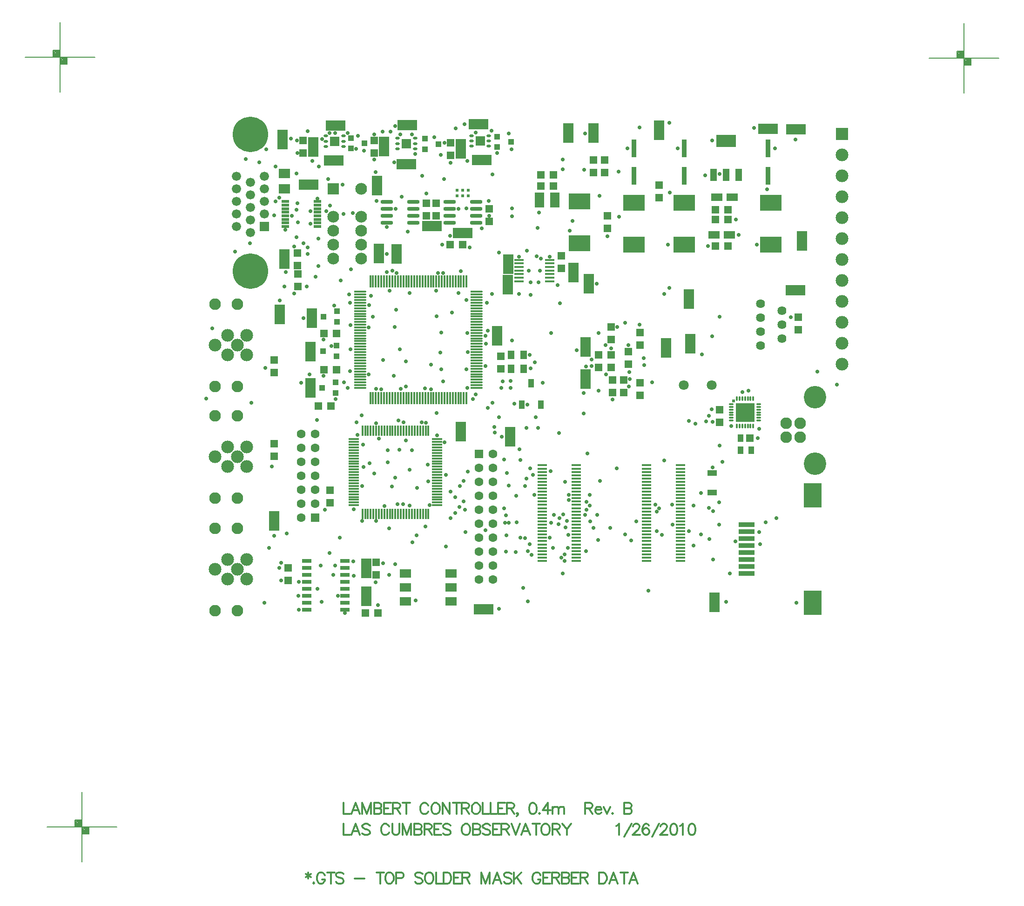
<source format=gts>
%FSLAX23Y23*%
%MOIN*%
G70*
G01*
G75*
G04 Layer_Color=8388736*
%ADD10R,0.070X0.135*%
%ADD11R,0.067X0.014*%
%ADD12R,0.050X0.015*%
%ADD13R,0.039X0.059*%
%ADD14R,0.050X0.050*%
%ADD15R,0.035X0.053*%
%ADD16R,0.053X0.053*%
%ADD17R,0.050X0.050*%
%ADD18O,0.087X0.024*%
%ADD19R,0.135X0.070*%
%ADD20R,0.030X0.125*%
%ADD21R,0.078X0.048*%
%ADD22R,0.067X0.040*%
%ADD23R,0.037X0.035*%
%ADD24R,0.037X0.035*%
%ADD25R,0.065X0.012*%
%ADD26R,0.065X0.024*%
%ADD27R,0.075X0.063*%
%ADD28R,0.063X0.106*%
%ADD29R,0.150X0.110*%
%ADD30O,0.028X0.018*%
%ADD31R,0.067X0.067*%
%ADD32R,0.125X0.170*%
%ADD33R,0.110X0.030*%
%ADD34O,0.083X0.012*%
%ADD35O,0.012X0.083*%
%ADD36R,0.138X0.085*%
%ADD37R,0.043X0.085*%
%ADD38R,0.043X0.085*%
%ADD39R,0.047X0.055*%
%ADD40O,0.012X0.071*%
%ADD41O,0.071X0.012*%
%ADD42R,0.075X0.059*%
%ADD43R,0.017X0.017*%
%ADD44R,0.134X0.134*%
%ADD45O,0.010X0.035*%
%ADD46O,0.035X0.010*%
%ADD47C,0.010*%
%ADD48C,0.040*%
%ADD49C,0.075*%
%ADD50C,0.005*%
%ADD51C,0.020*%
%ADD52C,0.012*%
%ADD53C,0.008*%
%ADD54C,0.012*%
%ADD55C,0.012*%
%ADD56C,0.080*%
%ADD57R,0.080X0.080*%
%ADD58C,0.067*%
%ADD59C,0.060*%
%ADD60C,0.020*%
%ADD61C,0.059*%
%ADD62R,0.059X0.059*%
%ADD63C,0.157*%
%ADD64C,0.079*%
%ADD65C,0.087*%
%ADD66R,0.087X0.087*%
%ADD67C,0.250*%
%ADD68R,0.062X0.062*%
%ADD69C,0.062*%
%ADD70C,0.030*%
%ADD71C,0.024*%
%ADD72C,0.028*%
G04:AMPARAMS|DCode=73|XSize=100mil|YSize=100mil|CornerRadius=0mil|HoleSize=0mil|Usage=FLASHONLY|Rotation=0.000|XOffset=0mil|YOffset=0mil|HoleType=Round|Shape=Relief|Width=10mil|Gap=10mil|Entries=4|*
%AMTHD73*
7,0,0,0.100,0.080,0.010,45*
%
%ADD73THD73*%
%ADD74C,0.044*%
%ADD75C,0.059*%
%ADD76C,0.050*%
%ADD77C,0.030*%
%ADD78C,0.055*%
%ADD79C,0.111*%
%ADD80C,0.056*%
%ADD81C,0.147*%
%ADD82C,0.067*%
%ADD83C,0.140*%
%ADD84C,0.055*%
%ADD85C,0.036*%
%ADD86C,0.071*%
%ADD87C,0.130*%
%ADD88C,0.103*%
G04:AMPARAMS|DCode=89|XSize=70mil|YSize=70mil|CornerRadius=0mil|HoleSize=0mil|Usage=FLASHONLY|Rotation=0.000|XOffset=0mil|YOffset=0mil|HoleType=Round|Shape=Relief|Width=10mil|Gap=10mil|Entries=4|*
%AMTHD89*
7,0,0,0.070,0.050,0.010,45*
%
%ADD89THD89*%
%ADD90C,0.033*%
G04:AMPARAMS|DCode=91|XSize=90mil|YSize=90mil|CornerRadius=0mil|HoleSize=0mil|Usage=FLASHONLY|Rotation=0.000|XOffset=0mil|YOffset=0mil|HoleType=Round|Shape=Relief|Width=10mil|Gap=10mil|Entries=4|*
%AMTHD91*
7,0,0,0.090,0.070,0.010,45*
%
%ADD91THD91*%
G04:AMPARAMS|DCode=92|XSize=95.433mil|YSize=95.433mil|CornerRadius=0mil|HoleSize=0mil|Usage=FLASHONLY|Rotation=0.000|XOffset=0mil|YOffset=0mil|HoleType=Round|Shape=Relief|Width=10mil|Gap=10mil|Entries=4|*
%AMTHD92*
7,0,0,0.095,0.075,0.010,45*
%
%ADD92THD92*%
G04:AMPARAMS|DCode=93|XSize=150.551mil|YSize=150.551mil|CornerRadius=0mil|HoleSize=0mil|Usage=FLASHONLY|Rotation=0.000|XOffset=0mil|YOffset=0mil|HoleType=Round|Shape=Relief|Width=10mil|Gap=10mil|Entries=4|*
%AMTHD93*
7,0,0,0.151,0.131,0.010,45*
%
%ADD93THD93*%
G04:AMPARAMS|DCode=94|XSize=96.221mil|YSize=96.221mil|CornerRadius=0mil|HoleSize=0mil|Usage=FLASHONLY|Rotation=0.000|XOffset=0mil|YOffset=0mil|HoleType=Round|Shape=Relief|Width=10mil|Gap=10mil|Entries=4|*
%AMTHD94*
7,0,0,0.096,0.076,0.010,45*
%
%ADD94THD94*%
G04:AMPARAMS|DCode=95|XSize=107.244mil|YSize=107.244mil|CornerRadius=0mil|HoleSize=0mil|Usage=FLASHONLY|Rotation=0.000|XOffset=0mil|YOffset=0mil|HoleType=Round|Shape=Relief|Width=10mil|Gap=10mil|Entries=4|*
%AMTHD95*
7,0,0,0.107,0.087,0.010,45*
%
%ADD95THD95*%
G04:AMPARAMS|DCode=96|XSize=180mil|YSize=180mil|CornerRadius=0mil|HoleSize=0mil|Usage=FLASHONLY|Rotation=0.000|XOffset=0mil|YOffset=0mil|HoleType=Round|Shape=Relief|Width=10mil|Gap=10mil|Entries=4|*
%AMTHD96*
7,0,0,0.180,0.160,0.010,45*
%
%ADD96THD96*%
G04:AMPARAMS|DCode=97|XSize=95mil|YSize=95mil|CornerRadius=0mil|HoleSize=0mil|Usage=FLASHONLY|Rotation=0.000|XOffset=0mil|YOffset=0mil|HoleType=Round|Shape=Relief|Width=10mil|Gap=10mil|Entries=4|*
%AMTHD97*
7,0,0,0.095,0.075,0.010,45*
%
%ADD97THD97*%
G04:AMPARAMS|DCode=98|XSize=75.748mil|YSize=75.748mil|CornerRadius=0mil|HoleSize=0mil|Usage=FLASHONLY|Rotation=0.000|XOffset=0mil|YOffset=0mil|HoleType=Round|Shape=Relief|Width=10mil|Gap=10mil|Entries=4|*
%AMTHD98*
7,0,0,0.076,0.056,0.010,45*
%
%ADD98THD98*%
G04:AMPARAMS|DCode=99|XSize=111.181mil|YSize=111.181mil|CornerRadius=0mil|HoleSize=0mil|Usage=FLASHONLY|Rotation=0.000|XOffset=0mil|YOffset=0mil|HoleType=Round|Shape=Relief|Width=10mil|Gap=10mil|Entries=4|*
%AMTHD99*
7,0,0,0.111,0.091,0.010,45*
%
%ADD99THD99*%
G04:AMPARAMS|DCode=100|XSize=73mil|YSize=73mil|CornerRadius=0mil|HoleSize=0mil|Usage=FLASHONLY|Rotation=0.000|XOffset=0mil|YOffset=0mil|HoleType=Round|Shape=Relief|Width=10mil|Gap=10mil|Entries=4|*
%AMTHD100*
7,0,0,0.073,0.053,0.010,45*
%
%ADD100THD100*%
%ADD101O,0.091X0.028*%
%ADD102R,0.048X0.078*%
%ADD103R,0.200X0.040*%
%ADD104R,0.200X0.150*%
%ADD105R,0.106X0.150*%
%ADD106R,0.086X0.060*%
%ADD107R,0.130X0.094*%
%ADD108R,0.098X0.268*%
%ADD109R,0.035X0.037*%
%ADD110R,0.035X0.037*%
%ADD111C,0.010*%
%ADD112C,0.010*%
%ADD113C,0.007*%
%ADD114C,0.008*%
%ADD115C,0.024*%
%ADD116C,0.012*%
%ADD117C,0.012*%
%ADD118C,0.007*%
%ADD119R,0.280X0.130*%
%ADD120R,0.074X0.139*%
%ADD121R,0.071X0.018*%
%ADD122R,0.054X0.019*%
%ADD123R,0.043X0.063*%
%ADD124R,0.054X0.054*%
%ADD125R,0.039X0.057*%
%ADD126R,0.057X0.057*%
%ADD127R,0.054X0.054*%
%ADD128O,0.091X0.028*%
%ADD129R,0.139X0.074*%
%ADD130R,0.034X0.129*%
%ADD131R,0.082X0.052*%
%ADD132R,0.071X0.044*%
%ADD133R,0.041X0.039*%
%ADD134R,0.041X0.039*%
%ADD135R,0.069X0.016*%
%ADD136R,0.069X0.028*%
%ADD137R,0.079X0.067*%
%ADD138R,0.067X0.110*%
%ADD139R,0.154X0.114*%
%ADD140O,0.032X0.022*%
%ADD141R,0.071X0.071*%
%ADD142R,0.129X0.174*%
%ADD143R,0.114X0.034*%
%ADD144O,0.087X0.016*%
%ADD145O,0.016X0.087*%
%ADD146R,0.142X0.089*%
%ADD147R,0.047X0.089*%
%ADD148R,0.047X0.089*%
%ADD149R,0.051X0.059*%
%ADD150O,0.016X0.075*%
%ADD151O,0.075X0.016*%
%ADD152R,0.079X0.063*%
%ADD153R,0.021X0.021*%
%ADD154R,0.138X0.138*%
%ADD155O,0.014X0.039*%
%ADD156O,0.039X0.014*%
%ADD157C,0.084*%
%ADD158R,0.084X0.084*%
%ADD159C,0.004*%
%ADD160C,0.071*%
%ADD161C,0.064*%
%ADD162C,0.063*%
%ADD163R,0.063X0.063*%
%ADD164C,0.161*%
%ADD165C,0.083*%
%ADD166R,0.004X0.004*%
%ADD167C,0.091*%
%ADD168R,0.091X0.091*%
%ADD169C,0.254*%
%ADD170R,0.066X0.066*%
%ADD171C,0.066*%
%ADD172C,0.034*%
%ADD173C,0.032*%
D52*
X20279Y9600D02*
Y9555D01*
X20260Y9589D02*
X20298Y9566D01*
Y9589D02*
X20260Y9566D01*
X20318Y9528D02*
X20315Y9524D01*
X20318Y9520D01*
X20322Y9524D01*
X20318Y9528D01*
X20397Y9581D02*
X20393Y9589D01*
X20385Y9597D01*
X20378Y9600D01*
X20363D01*
X20355Y9597D01*
X20347Y9589D01*
X20344Y9581D01*
X20340Y9570D01*
Y9551D01*
X20344Y9540D01*
X20347Y9532D01*
X20355Y9524D01*
X20363Y9520D01*
X20378D01*
X20385Y9524D01*
X20393Y9532D01*
X20397Y9540D01*
Y9551D01*
X20378D02*
X20397D01*
X20442Y9600D02*
Y9520D01*
X20415Y9600D02*
X20468D01*
X20531Y9589D02*
X20524Y9597D01*
X20512Y9600D01*
X20497D01*
X20486Y9597D01*
X20478Y9589D01*
Y9581D01*
X20482Y9574D01*
X20486Y9570D01*
X20493Y9566D01*
X20516Y9559D01*
X20524Y9555D01*
X20527Y9551D01*
X20531Y9543D01*
Y9532D01*
X20524Y9524D01*
X20512Y9520D01*
X20497D01*
X20486Y9524D01*
X20478Y9532D01*
X20612Y9555D02*
X20681D01*
X20794Y9600D02*
Y9520D01*
X20767Y9600D02*
X20820D01*
X20853D02*
X20845Y9597D01*
X20838Y9589D01*
X20834Y9581D01*
X20830Y9570D01*
Y9551D01*
X20834Y9540D01*
X20838Y9532D01*
X20845Y9524D01*
X20853Y9520D01*
X20868D01*
X20876Y9524D01*
X20883Y9532D01*
X20887Y9540D01*
X20891Y9551D01*
Y9570D01*
X20887Y9581D01*
X20883Y9589D01*
X20876Y9597D01*
X20868Y9600D01*
X20853D01*
X20909Y9559D02*
X20944D01*
X20955Y9562D01*
X20959Y9566D01*
X20963Y9574D01*
Y9585D01*
X20959Y9593D01*
X20955Y9597D01*
X20944Y9600D01*
X20909D01*
Y9520D01*
X21097Y9589D02*
X21089Y9597D01*
X21078Y9600D01*
X21063D01*
X21051Y9597D01*
X21044Y9589D01*
Y9581D01*
X21047Y9574D01*
X21051Y9570D01*
X21059Y9566D01*
X21082Y9559D01*
X21089Y9555D01*
X21093Y9551D01*
X21097Y9543D01*
Y9532D01*
X21089Y9524D01*
X21078Y9520D01*
X21063D01*
X21051Y9524D01*
X21044Y9532D01*
X21138Y9600D02*
X21130Y9597D01*
X21122Y9589D01*
X21119Y9581D01*
X21115Y9570D01*
Y9551D01*
X21119Y9540D01*
X21122Y9532D01*
X21130Y9524D01*
X21138Y9520D01*
X21153D01*
X21160Y9524D01*
X21168Y9532D01*
X21172Y9540D01*
X21176Y9551D01*
Y9570D01*
X21172Y9581D01*
X21168Y9589D01*
X21160Y9597D01*
X21153Y9600D01*
X21138D01*
X21194D02*
Y9520D01*
X21240D01*
X21249Y9600D02*
Y9520D01*
Y9600D02*
X21276D01*
X21287Y9597D01*
X21295Y9589D01*
X21298Y9581D01*
X21302Y9570D01*
Y9551D01*
X21298Y9540D01*
X21295Y9532D01*
X21287Y9524D01*
X21276Y9520D01*
X21249D01*
X21370Y9600D02*
X21320D01*
Y9520D01*
X21370D01*
X21320Y9562D02*
X21351D01*
X21383Y9600D02*
Y9520D01*
Y9600D02*
X21417D01*
X21429Y9597D01*
X21432Y9593D01*
X21436Y9585D01*
Y9578D01*
X21432Y9570D01*
X21429Y9566D01*
X21417Y9562D01*
X21383D01*
X21410D02*
X21436Y9520D01*
X21517Y9600D02*
Y9520D01*
Y9600D02*
X21547Y9520D01*
X21578Y9600D02*
X21547Y9520D01*
X21578Y9600D02*
Y9520D01*
X21662D02*
X21631Y9600D01*
X21601Y9520D01*
X21612Y9547D02*
X21650D01*
X21734Y9589D02*
X21726Y9597D01*
X21715Y9600D01*
X21699D01*
X21688Y9597D01*
X21680Y9589D01*
Y9581D01*
X21684Y9574D01*
X21688Y9570D01*
X21696Y9566D01*
X21718Y9559D01*
X21726Y9555D01*
X21730Y9551D01*
X21734Y9543D01*
Y9532D01*
X21726Y9524D01*
X21715Y9520D01*
X21699D01*
X21688Y9524D01*
X21680Y9532D01*
X21752Y9600D02*
Y9520D01*
X21805Y9600D02*
X21752Y9547D01*
X21771Y9566D02*
X21805Y9520D01*
X21943Y9581D02*
X21939Y9589D01*
X21931Y9597D01*
X21924Y9600D01*
X21909D01*
X21901Y9597D01*
X21893Y9589D01*
X21889Y9581D01*
X21886Y9570D01*
Y9551D01*
X21889Y9540D01*
X21893Y9532D01*
X21901Y9524D01*
X21909Y9520D01*
X21924D01*
X21931Y9524D01*
X21939Y9532D01*
X21943Y9540D01*
Y9551D01*
X21924D02*
X21943D01*
X22011Y9600D02*
X21961D01*
Y9520D01*
X22011D01*
X21961Y9562D02*
X21992D01*
X22024Y9600D02*
Y9520D01*
Y9600D02*
X22058D01*
X22070Y9597D01*
X22073Y9593D01*
X22077Y9585D01*
Y9578D01*
X22073Y9570D01*
X22070Y9566D01*
X22058Y9562D01*
X22024D01*
X22051D02*
X22077Y9520D01*
X22095Y9600D02*
Y9520D01*
Y9600D02*
X22129D01*
X22141Y9597D01*
X22145Y9593D01*
X22148Y9585D01*
Y9578D01*
X22145Y9570D01*
X22141Y9566D01*
X22129Y9562D01*
X22095D02*
X22129D01*
X22141Y9559D01*
X22145Y9555D01*
X22148Y9547D01*
Y9536D01*
X22145Y9528D01*
X22141Y9524D01*
X22129Y9520D01*
X22095D01*
X22216Y9600D02*
X22166D01*
Y9520D01*
X22216D01*
X22166Y9562D02*
X22197D01*
X22229Y9600D02*
Y9520D01*
Y9600D02*
X22263D01*
X22275Y9597D01*
X22279Y9593D01*
X22283Y9585D01*
Y9578D01*
X22279Y9570D01*
X22275Y9566D01*
X22263Y9562D01*
X22229D01*
X22256D02*
X22283Y9520D01*
X22363Y9600D02*
Y9520D01*
Y9600D02*
X22390D01*
X22401Y9597D01*
X22409Y9589D01*
X22413Y9581D01*
X22417Y9570D01*
Y9551D01*
X22413Y9540D01*
X22409Y9532D01*
X22401Y9524D01*
X22390Y9520D01*
X22363D01*
X22495D02*
X22465Y9600D01*
X22434Y9520D01*
X22446Y9547D02*
X22484D01*
X22541Y9600D02*
Y9520D01*
X22514Y9600D02*
X22567D01*
X22638Y9520D02*
X22607Y9600D01*
X22577Y9520D01*
X22588Y9547D02*
X22626D01*
D53*
X24726Y15436D02*
X25226D01*
X24976Y15186D02*
Y15686D01*
X24926Y15486D02*
X24926Y15436D01*
X24926Y15486D02*
X24976Y15486D01*
X25026Y15436D02*
X25026Y15386D01*
X24976Y15386D02*
X25026Y15386D01*
X24981Y15431D02*
X25021D01*
Y15391D02*
Y15431D01*
X24981Y15391D02*
X25021D01*
X24981D02*
Y15431D01*
X24986Y15426D02*
X25016D01*
Y15396D02*
Y15426D01*
X24986Y15396D02*
X25016D01*
X24986D02*
Y15421D01*
X24991D02*
X25011D01*
X25011Y15401D01*
X24991Y15401D02*
X25011Y15401D01*
X24991Y15401D02*
Y15416D01*
X24996Y15416D02*
X25006Y15416D01*
Y15406D02*
Y15416D01*
X24996Y15406D02*
X25006D01*
X24996D02*
X24996Y15416D01*
Y15411D02*
X25006D01*
X24931Y15481D02*
X24971D01*
Y15441D02*
Y15481D01*
X24931Y15441D02*
X24971D01*
X24931D02*
Y15481D01*
X24936Y15476D02*
X24966D01*
Y15446D02*
Y15476D01*
X24936Y15446D02*
X24966D01*
X24936D02*
Y15471D01*
X24941D02*
X24961Y15471D01*
Y15451D02*
Y15471D01*
X24941Y15451D02*
X24961D01*
X24941D02*
Y15466D01*
X24946D02*
X24956D01*
X24956Y15456D02*
X24956Y15466D01*
X24946Y15456D02*
X24956Y15456D01*
X24946Y15456D02*
Y15466D01*
Y15461D02*
X24956D01*
X18250Y15444D02*
X18750D01*
X18500Y15194D02*
Y15694D01*
X18450Y15494D02*
X18450Y15444D01*
X18450Y15494D02*
X18500Y15494D01*
X18550Y15444D02*
X18550Y15394D01*
X18500Y15394D02*
X18550Y15394D01*
X18505Y15439D02*
X18545D01*
Y15399D02*
Y15439D01*
X18505Y15399D02*
X18545D01*
X18505D02*
Y15439D01*
X18510Y15434D02*
X18540D01*
Y15404D02*
Y15434D01*
X18510Y15404D02*
X18540D01*
X18510D02*
Y15429D01*
X18515D02*
X18535D01*
X18535Y15409D01*
X18515Y15409D02*
X18535Y15409D01*
X18515Y15409D02*
Y15424D01*
X18520Y15424D02*
X18530Y15424D01*
Y15414D02*
Y15424D01*
X18520Y15414D02*
X18530D01*
X18520D02*
X18520Y15424D01*
Y15419D02*
X18530D01*
X18455Y15489D02*
X18495D01*
Y15449D02*
Y15489D01*
X18455Y15449D02*
X18495D01*
X18455D02*
Y15489D01*
X18460Y15484D02*
X18490D01*
Y15454D02*
Y15484D01*
X18460Y15454D02*
X18490D01*
X18460D02*
Y15479D01*
X18465D02*
X18485Y15479D01*
Y15459D02*
Y15479D01*
X18465Y15459D02*
X18485D01*
X18465D02*
Y15474D01*
X18470D02*
X18480D01*
X18480Y15464D02*
X18480Y15474D01*
X18470Y15464D02*
X18480Y15464D01*
X18470Y15464D02*
Y15474D01*
Y15469D02*
X18480D01*
X18407Y9927D02*
X18907D01*
X18657Y9677D02*
Y10177D01*
X18607Y9977D02*
X18607Y9927D01*
X18607Y9977D02*
X18657Y9977D01*
X18707Y9927D02*
X18707Y9877D01*
X18657Y9877D02*
X18707Y9877D01*
X18662Y9922D02*
X18702D01*
Y9882D02*
Y9922D01*
X18662Y9882D02*
X18702D01*
X18662D02*
Y9922D01*
X18667Y9917D02*
X18697D01*
Y9887D02*
Y9917D01*
X18667Y9887D02*
X18697D01*
X18667D02*
Y9912D01*
X18672D02*
X18692D01*
X18692Y9892D01*
X18672Y9892D02*
X18692Y9892D01*
X18672Y9892D02*
Y9907D01*
X18677Y9907D02*
X18687Y9907D01*
Y9897D02*
Y9907D01*
X18677Y9897D02*
X18687D01*
X18677D02*
X18677Y9907D01*
Y9902D02*
X18687D01*
X18612Y9972D02*
X18652D01*
Y9932D02*
Y9972D01*
X18612Y9932D02*
X18652D01*
X18612D02*
Y9972D01*
X18617Y9967D02*
X18647D01*
Y9937D02*
Y9967D01*
X18617Y9937D02*
X18647D01*
X18617D02*
Y9962D01*
X18622D02*
X18642Y9962D01*
Y9942D02*
Y9962D01*
X18622Y9942D02*
X18642D01*
X18622D02*
Y9957D01*
X18627D02*
X18637D01*
X18637Y9947D02*
X18637Y9957D01*
X18627Y9947D02*
X18637Y9947D01*
X18627Y9947D02*
Y9957D01*
Y9952D02*
X18637D01*
D54*
X20532Y9948D02*
Y9868D01*
X20578D01*
X20648D02*
X20617Y9948D01*
X20587Y9868D01*
X20598Y9895D02*
X20636D01*
X20720Y9937D02*
X20712Y9944D01*
X20700Y9948D01*
X20685D01*
X20674Y9944D01*
X20666Y9937D01*
Y9929D01*
X20670Y9921D01*
X20674Y9918D01*
X20681Y9914D01*
X20704Y9906D01*
X20712Y9902D01*
X20716Y9899D01*
X20720Y9891D01*
Y9879D01*
X20712Y9872D01*
X20700Y9868D01*
X20685D01*
X20674Y9872D01*
X20666Y9879D01*
X20857Y9929D02*
X20854Y9937D01*
X20846Y9944D01*
X20838Y9948D01*
X20823D01*
X20816Y9944D01*
X20808Y9937D01*
X20804Y9929D01*
X20800Y9918D01*
Y9899D01*
X20804Y9887D01*
X20808Y9879D01*
X20816Y9872D01*
X20823Y9868D01*
X20838D01*
X20846Y9872D01*
X20854Y9879D01*
X20857Y9887D01*
X20880Y9948D02*
Y9891D01*
X20884Y9879D01*
X20891Y9872D01*
X20903Y9868D01*
X20910D01*
X20922Y9872D01*
X20929Y9879D01*
X20933Y9891D01*
Y9948D01*
X20955D02*
Y9868D01*
Y9948D02*
X20986Y9868D01*
X21016Y9948D02*
X20986Y9868D01*
X21016Y9948D02*
Y9868D01*
X21039Y9948D02*
Y9868D01*
Y9948D02*
X21073D01*
X21085Y9944D01*
X21089Y9940D01*
X21092Y9933D01*
Y9925D01*
X21089Y9918D01*
X21085Y9914D01*
X21073Y9910D01*
X21039D02*
X21073D01*
X21085Y9906D01*
X21089Y9902D01*
X21092Y9895D01*
Y9883D01*
X21089Y9876D01*
X21085Y9872D01*
X21073Y9868D01*
X21039D01*
X21110Y9948D02*
Y9868D01*
Y9948D02*
X21145D01*
X21156Y9944D01*
X21160Y9940D01*
X21164Y9933D01*
Y9925D01*
X21160Y9918D01*
X21156Y9914D01*
X21145Y9910D01*
X21110D01*
X21137D02*
X21164Y9868D01*
X21231Y9948D02*
X21182D01*
Y9868D01*
X21231D01*
X21182Y9910D02*
X21212D01*
X21298Y9937D02*
X21290Y9944D01*
X21279Y9948D01*
X21263D01*
X21252Y9944D01*
X21244Y9937D01*
Y9929D01*
X21248Y9921D01*
X21252Y9918D01*
X21260Y9914D01*
X21282Y9906D01*
X21290Y9902D01*
X21294Y9899D01*
X21298Y9891D01*
Y9879D01*
X21290Y9872D01*
X21279Y9868D01*
X21263D01*
X21252Y9872D01*
X21244Y9879D01*
X21401Y9948D02*
X21394Y9944D01*
X21386Y9937D01*
X21382Y9929D01*
X21378Y9918D01*
Y9899D01*
X21382Y9887D01*
X21386Y9879D01*
X21394Y9872D01*
X21401Y9868D01*
X21417D01*
X21424Y9872D01*
X21432Y9879D01*
X21436Y9887D01*
X21439Y9899D01*
Y9918D01*
X21436Y9929D01*
X21432Y9937D01*
X21424Y9944D01*
X21417Y9948D01*
X21401D01*
X21458D02*
Y9868D01*
Y9948D02*
X21492D01*
X21504Y9944D01*
X21508Y9940D01*
X21511Y9933D01*
Y9925D01*
X21508Y9918D01*
X21504Y9914D01*
X21492Y9910D01*
X21458D02*
X21492D01*
X21504Y9906D01*
X21508Y9902D01*
X21511Y9895D01*
Y9883D01*
X21508Y9876D01*
X21504Y9872D01*
X21492Y9868D01*
X21458D01*
X21583Y9937D02*
X21575Y9944D01*
X21564Y9948D01*
X21548D01*
X21537Y9944D01*
X21529Y9937D01*
Y9929D01*
X21533Y9921D01*
X21537Y9918D01*
X21544Y9914D01*
X21567Y9906D01*
X21575Y9902D01*
X21579Y9899D01*
X21583Y9891D01*
Y9879D01*
X21575Y9872D01*
X21564Y9868D01*
X21548D01*
X21537Y9872D01*
X21529Y9879D01*
X21650Y9948D02*
X21600D01*
Y9868D01*
X21650D01*
X21600Y9910D02*
X21631D01*
X21663Y9948D02*
Y9868D01*
Y9948D02*
X21698D01*
X21709Y9944D01*
X21713Y9940D01*
X21717Y9933D01*
Y9925D01*
X21713Y9918D01*
X21709Y9914D01*
X21698Y9910D01*
X21663D01*
X21690D02*
X21717Y9868D01*
X21735Y9948D02*
X21765Y9868D01*
X21795Y9948D02*
X21765Y9868D01*
X21867D02*
X21836Y9948D01*
X21806Y9868D01*
X21817Y9895D02*
X21855D01*
X21912Y9948D02*
Y9868D01*
X21885Y9948D02*
X21939D01*
X21971D02*
X21963Y9944D01*
X21956Y9937D01*
X21952Y9929D01*
X21948Y9918D01*
Y9899D01*
X21952Y9887D01*
X21956Y9879D01*
X21963Y9872D01*
X21971Y9868D01*
X21986D01*
X21994Y9872D01*
X22002Y9879D01*
X22005Y9887D01*
X22009Y9899D01*
Y9918D01*
X22005Y9929D01*
X22002Y9937D01*
X21994Y9944D01*
X21986Y9948D01*
X21971D01*
X22028D02*
Y9868D01*
Y9948D02*
X22062D01*
X22074Y9944D01*
X22077Y9940D01*
X22081Y9933D01*
Y9925D01*
X22077Y9918D01*
X22074Y9914D01*
X22062Y9910D01*
X22028D01*
X22054D02*
X22081Y9868D01*
X22099Y9948D02*
X22130Y9910D01*
Y9868D01*
X22160Y9948D02*
X22130Y9910D01*
X22484Y9933D02*
X22492Y9937D01*
X22504Y9948D01*
Y9868D01*
X22543Y9857D02*
X22596Y9948D01*
X22606Y9929D02*
Y9933D01*
X22609Y9940D01*
X22613Y9944D01*
X22621Y9948D01*
X22636D01*
X22644Y9944D01*
X22647Y9940D01*
X22651Y9933D01*
Y9925D01*
X22647Y9918D01*
X22640Y9906D01*
X22602Y9868D01*
X22655D01*
X22719Y9937D02*
X22715Y9944D01*
X22703Y9948D01*
X22696D01*
X22684Y9944D01*
X22677Y9933D01*
X22673Y9914D01*
Y9895D01*
X22677Y9879D01*
X22684Y9872D01*
X22696Y9868D01*
X22700D01*
X22711Y9872D01*
X22719Y9879D01*
X22723Y9891D01*
Y9895D01*
X22719Y9906D01*
X22711Y9914D01*
X22700Y9918D01*
X22696D01*
X22684Y9914D01*
X22677Y9906D01*
X22673Y9895D01*
X22740Y9857D02*
X22793Y9948D01*
X22803Y9929D02*
Y9933D01*
X22806Y9940D01*
X22810Y9944D01*
X22818Y9948D01*
X22833D01*
X22841Y9944D01*
X22844Y9940D01*
X22848Y9933D01*
Y9925D01*
X22844Y9918D01*
X22837Y9906D01*
X22799Y9868D01*
X22852D01*
X22893Y9948D02*
X22881Y9944D01*
X22874Y9933D01*
X22870Y9914D01*
Y9902D01*
X22874Y9883D01*
X22881Y9872D01*
X22893Y9868D01*
X22900D01*
X22912Y9872D01*
X22919Y9883D01*
X22923Y9902D01*
Y9914D01*
X22919Y9933D01*
X22912Y9944D01*
X22900Y9948D01*
X22893D01*
X22941Y9933D02*
X22949Y9937D01*
X22960Y9948D01*
Y9868D01*
X23023Y9948D02*
X23011Y9944D01*
X23004Y9933D01*
X23000Y9914D01*
Y9902D01*
X23004Y9883D01*
X23011Y9872D01*
X23023Y9868D01*
X23030D01*
X23042Y9872D01*
X23049Y9883D01*
X23053Y9902D01*
Y9914D01*
X23049Y9933D01*
X23042Y9944D01*
X23030Y9948D01*
X23023D01*
D55*
X20532Y10098D02*
Y10018D01*
X20578D01*
X20648D02*
X20617Y10098D01*
X20587Y10018D01*
X20598Y10045D02*
X20636D01*
X20666Y10098D02*
Y10018D01*
Y10098D02*
X20697Y10018D01*
X20727Y10098D02*
X20697Y10018D01*
X20727Y10098D02*
Y10018D01*
X20750Y10098D02*
Y10018D01*
Y10098D02*
X20784D01*
X20796Y10094D01*
X20800Y10090D01*
X20803Y10083D01*
Y10075D01*
X20800Y10068D01*
X20796Y10064D01*
X20784Y10060D01*
X20750D02*
X20784D01*
X20796Y10056D01*
X20800Y10052D01*
X20803Y10045D01*
Y10033D01*
X20800Y10026D01*
X20796Y10022D01*
X20784Y10018D01*
X20750D01*
X20871Y10098D02*
X20821D01*
Y10018D01*
X20871D01*
X20821Y10060D02*
X20852D01*
X20884Y10098D02*
Y10018D01*
Y10098D02*
X20918D01*
X20930Y10094D01*
X20934Y10090D01*
X20937Y10083D01*
Y10075D01*
X20934Y10068D01*
X20930Y10064D01*
X20918Y10060D01*
X20884D01*
X20911D02*
X20937Y10018D01*
X20982Y10098D02*
Y10018D01*
X20955Y10098D02*
X21009D01*
X21138Y10079D02*
X21134Y10087D01*
X21127Y10094D01*
X21119Y10098D01*
X21104D01*
X21096Y10094D01*
X21089Y10087D01*
X21085Y10079D01*
X21081Y10068D01*
Y10049D01*
X21085Y10037D01*
X21089Y10029D01*
X21096Y10022D01*
X21104Y10018D01*
X21119D01*
X21127Y10022D01*
X21134Y10029D01*
X21138Y10037D01*
X21183Y10098D02*
X21176Y10094D01*
X21168Y10087D01*
X21164Y10079D01*
X21161Y10068D01*
Y10049D01*
X21164Y10037D01*
X21168Y10029D01*
X21176Y10022D01*
X21183Y10018D01*
X21199D01*
X21206Y10022D01*
X21214Y10029D01*
X21218Y10037D01*
X21222Y10049D01*
Y10068D01*
X21218Y10079D01*
X21214Y10087D01*
X21206Y10094D01*
X21199Y10098D01*
X21183D01*
X21240D02*
Y10018D01*
Y10098D02*
X21293Y10018D01*
Y10098D02*
Y10018D01*
X21342Y10098D02*
Y10018D01*
X21316Y10098D02*
X21369D01*
X21378D02*
Y10018D01*
Y10098D02*
X21413D01*
X21424Y10094D01*
X21428Y10090D01*
X21432Y10083D01*
Y10075D01*
X21428Y10068D01*
X21424Y10064D01*
X21413Y10060D01*
X21378D01*
X21405D02*
X21432Y10018D01*
X21473Y10098D02*
X21465Y10094D01*
X21457Y10087D01*
X21453Y10079D01*
X21450Y10068D01*
Y10049D01*
X21453Y10037D01*
X21457Y10029D01*
X21465Y10022D01*
X21473Y10018D01*
X21488D01*
X21495Y10022D01*
X21503Y10029D01*
X21507Y10037D01*
X21511Y10049D01*
Y10068D01*
X21507Y10079D01*
X21503Y10087D01*
X21495Y10094D01*
X21488Y10098D01*
X21473D01*
X21529D02*
Y10018D01*
X21575D01*
X21584Y10098D02*
Y10018D01*
X21629D01*
X21688Y10098D02*
X21638D01*
Y10018D01*
X21688D01*
X21638Y10060D02*
X21669D01*
X21701Y10098D02*
Y10018D01*
Y10098D02*
X21735D01*
X21747Y10094D01*
X21751Y10090D01*
X21754Y10083D01*
Y10075D01*
X21751Y10068D01*
X21747Y10064D01*
X21735Y10060D01*
X21701D01*
X21728D02*
X21754Y10018D01*
X21780Y10022D02*
X21776Y10018D01*
X21772Y10022D01*
X21776Y10026D01*
X21780Y10022D01*
Y10014D01*
X21776Y10007D01*
X21772Y10003D01*
X21883Y10098D02*
X21872Y10094D01*
X21864Y10083D01*
X21860Y10064D01*
Y10052D01*
X21864Y10033D01*
X21872Y10022D01*
X21883Y10018D01*
X21891D01*
X21902Y10022D01*
X21910Y10033D01*
X21914Y10052D01*
Y10064D01*
X21910Y10083D01*
X21902Y10094D01*
X21891Y10098D01*
X21883D01*
X21935Y10026D02*
X21931Y10022D01*
X21935Y10018D01*
X21939Y10022D01*
X21935Y10026D01*
X21995Y10098D02*
X21957Y10045D01*
X22014D01*
X21995Y10098D02*
Y10018D01*
X22028Y10071D02*
Y10018D01*
Y10056D02*
X22039Y10068D01*
X22047Y10071D01*
X22058D01*
X22066Y10068D01*
X22070Y10056D01*
Y10018D01*
Y10056D02*
X22081Y10068D01*
X22089Y10071D01*
X22100D01*
X22108Y10068D01*
X22112Y10056D01*
Y10018D01*
X22262Y10098D02*
Y10018D01*
Y10098D02*
X22297D01*
X22308Y10094D01*
X22312Y10090D01*
X22316Y10083D01*
Y10075D01*
X22312Y10068D01*
X22308Y10064D01*
X22297Y10060D01*
X22262D01*
X22289D02*
X22316Y10018D01*
X22334Y10049D02*
X22379D01*
Y10056D01*
X22376Y10064D01*
X22372Y10068D01*
X22364Y10071D01*
X22353D01*
X22345Y10068D01*
X22337Y10060D01*
X22334Y10049D01*
Y10041D01*
X22337Y10029D01*
X22345Y10022D01*
X22353Y10018D01*
X22364D01*
X22372Y10022D01*
X22379Y10029D01*
X22396Y10071D02*
X22419Y10018D01*
X22442Y10071D02*
X22419Y10018D01*
X22459Y10026D02*
X22455Y10022D01*
X22459Y10018D01*
X22463Y10022D01*
X22459Y10026D01*
X22543Y10098D02*
Y10018D01*
Y10098D02*
X22577D01*
X22589Y10094D01*
X22593Y10090D01*
X22596Y10083D01*
Y10075D01*
X22593Y10068D01*
X22589Y10064D01*
X22577Y10060D01*
X22543D02*
X22577D01*
X22589Y10056D01*
X22593Y10052D01*
X22596Y10045D01*
Y10033D01*
X22593Y10026D01*
X22589Y10022D01*
X22577Y10018D01*
X22543D01*
D71*
X21425Y14490D02*
D03*
X21386D02*
D03*
X21346D02*
D03*
Y14451D02*
D03*
X21386D02*
D03*
X21425D02*
D03*
D72*
X23514Y11953D02*
D03*
X23554Y12109D02*
D03*
X20044Y14411D02*
D03*
X20912Y13897D02*
D03*
X22577Y13186D02*
D03*
X20526Y14528D02*
D03*
X20841Y14034D02*
D03*
X20840Y13902D02*
D03*
X20597Y14326D02*
D03*
X20162Y14306D02*
D03*
X20586Y13923D02*
D03*
X20332Y13870D02*
D03*
X20295Y14339D02*
D03*
X20351Y14143D02*
D03*
X20196Y14152D02*
D03*
X20202Y14397D02*
D03*
X20351Y13947D02*
D03*
X20531Y14321D02*
D03*
X20513Y13844D02*
D03*
X20114Y14206D02*
D03*
X20073Y14437D02*
D03*
X20344Y14430D02*
D03*
X20294Y14248D02*
D03*
X20194Y14348D02*
D03*
X20034Y14308D02*
D03*
X20204Y14258D02*
D03*
X20407Y14338D02*
D03*
X20434Y14378D02*
D03*
X20154Y14858D02*
D03*
X20275Y14034D02*
D03*
X21958Y13111D02*
D03*
X20229D02*
D03*
X22032Y11925D02*
D03*
X21765Y11896D02*
D03*
X21847Y12954D02*
D03*
X21925Y12785D02*
D03*
X21755Y12958D02*
D03*
X21790Y12632D02*
D03*
X21665Y12723D02*
D03*
X21566Y13484D02*
D03*
X21614Y12753D02*
D03*
X21611Y12793D02*
D03*
X21728Y13073D02*
D03*
X21727Y13123D02*
D03*
X21670Y13120D02*
D03*
X21244D02*
D03*
X21663Y13073D02*
D03*
X21418D02*
D03*
X20535Y13112D02*
D03*
X21457Y12994D02*
D03*
X20563Y13073D02*
D03*
X21478Y13025D02*
D03*
X21868Y12497D02*
D03*
X21889Y12448D02*
D03*
X21841Y12785D02*
D03*
X21908Y12863D02*
D03*
X21645D02*
D03*
X21872Y13828D02*
D03*
X21208Y13897D02*
D03*
X21245Y13895D02*
D03*
X20458Y11733D02*
D03*
X20431Y11888D02*
D03*
X20086Y11693D02*
D03*
X20472Y11800D02*
D03*
X20369D02*
D03*
X20346Y11633D02*
D03*
X20287Y13168D02*
D03*
X20209Y11582D02*
D03*
X19964Y11533D02*
D03*
X20491Y11583D02*
D03*
X20542Y11458D02*
D03*
X20210Y11483D02*
D03*
X21738Y14304D02*
D03*
Y14361D02*
D03*
Y13414D02*
D03*
X22685Y13236D02*
D03*
X19593Y13498D02*
D03*
X20084Y11819D02*
D03*
X22115Y11833D02*
D03*
X19997Y11926D02*
D03*
X22092Y11855D02*
D03*
X21266Y12449D02*
D03*
Y11936D02*
D03*
X20126Y12030D02*
D03*
X21879Y11877D02*
D03*
X22114Y11879D02*
D03*
X22268Y11904D02*
D03*
X22103Y11743D02*
D03*
X22139Y11925D02*
D03*
X23389Y13042D02*
D03*
X23338Y11973D02*
D03*
X20506Y12000D02*
D03*
X21696Y11899D02*
D03*
X21697Y12016D02*
D03*
X22143Y12021D02*
D03*
X22410Y13169D02*
D03*
X22320Y12069D02*
D03*
X21054Y12017D02*
D03*
X22121Y12074D02*
D03*
X22297Y12115D02*
D03*
X23633Y12139D02*
D03*
X22073Y12097D02*
D03*
X21404Y12040D02*
D03*
X21403Y12199D02*
D03*
X21548Y12052D02*
D03*
X22133Y12121D02*
D03*
X21715Y12374D02*
D03*
Y12107D02*
D03*
X22263Y12164D02*
D03*
X21681Y12558D02*
D03*
X21682Y12209D02*
D03*
X21119Y12080D02*
D03*
X22078Y12140D02*
D03*
X21331Y12289D02*
D03*
X21330Y12175D02*
D03*
X21364Y12369D02*
D03*
X21363Y12219D02*
D03*
X22273Y12257D02*
D03*
X21392Y12407D02*
D03*
Y12259D02*
D03*
X22146Y12270D02*
D03*
X22082Y13680D02*
D03*
X22117Y12399D02*
D03*
X23039Y11943D02*
D03*
Y12229D02*
D03*
X23220Y12092D02*
D03*
Y12254D02*
D03*
X22764Y12235D02*
D03*
X23150Y11991D02*
D03*
X23148Y12212D02*
D03*
X22793Y12211D02*
D03*
X23006Y12047D02*
D03*
X22775Y12185D02*
D03*
X22547Y13540D02*
D03*
Y12022D02*
D03*
X23178Y11844D02*
D03*
X23179Y12188D02*
D03*
X22884Y12235D02*
D03*
X22888Y12093D02*
D03*
X23093Y12319D02*
D03*
Y12022D02*
D03*
X21841Y12422D02*
D03*
X20977Y12696D02*
D03*
X20930Y12628D02*
D03*
X20672Y12665D02*
D03*
X20848Y12538D02*
D03*
X20719Y12533D02*
D03*
X20675Y12506D02*
D03*
X20751Y12460D02*
D03*
X20665Y12370D02*
D03*
X20879Y12365D02*
D03*
X20825Y12226D02*
D03*
X21058Y12355D02*
D03*
X21149Y12232D02*
D03*
X21004Y12485D02*
D03*
X21136Y12524D02*
D03*
X20924Y12839D02*
D03*
X20936Y13349D02*
D03*
X21872Y13212D02*
D03*
X21864Y13311D02*
D03*
X22627Y12116D02*
D03*
X22592Y11979D02*
D03*
X22442Y12071D02*
D03*
X22356Y11984D02*
D03*
X22369Y12405D02*
D03*
X22348Y12164D02*
D03*
X22296Y12305D02*
D03*
X22039Y12164D02*
D03*
X22106Y12165D02*
D03*
X22145Y12305D02*
D03*
X21237Y14099D02*
D03*
X20199Y14845D02*
D03*
X20201Y14756D02*
D03*
X20753Y14889D02*
D03*
Y14711D02*
D03*
X21254Y14831D02*
D03*
X21299Y14686D02*
D03*
X20473Y14898D02*
D03*
X20431Y14899D02*
D03*
X20377Y14856D02*
D03*
X20623Y14787D02*
D03*
X20355Y14659D02*
D03*
X20678Y14772D02*
D03*
X22448Y13357D02*
D03*
X22309Y13275D02*
D03*
X22580Y13135D02*
D03*
X22268Y13227D02*
D03*
X22359Y13053D02*
D03*
X22457Y12989D02*
D03*
X20578Y13193D02*
D03*
X20581Y13348D02*
D03*
X20583Y13524D02*
D03*
X20578Y13683D02*
D03*
X20880Y13913D02*
D03*
X21372Y13908D02*
D03*
X21558Y13683D02*
D03*
X21547Y13445D02*
D03*
X21551Y13388D02*
D03*
X21549Y13230D02*
D03*
X21565Y12928D02*
D03*
X21114Y13070D02*
D03*
X20940Y13066D02*
D03*
X20764D02*
D03*
X20898Y13508D02*
D03*
X20909Y13633D02*
D03*
X20727Y13732D02*
D03*
X21199Y13586D02*
D03*
X21307Y13613D02*
D03*
X21231Y13469D02*
D03*
X21226Y13326D02*
D03*
X21232Y13207D02*
D03*
X21157Y13240D02*
D03*
X20978Y13263D02*
D03*
X20891Y13160D02*
D03*
X20814Y13272D02*
D03*
X20803Y13063D02*
D03*
X20710Y13171D02*
D03*
X20713Y13507D02*
D03*
X20714Y13666D02*
D03*
X20860Y13771D02*
D03*
X21194Y13769D02*
D03*
X21354Y13754D02*
D03*
X21411Y13702D02*
D03*
X21419Y13467D02*
D03*
X21422Y13329D02*
D03*
X21413Y13207D02*
D03*
X21158Y13062D02*
D03*
X20978Y13082D02*
D03*
X21296Y14162D02*
D03*
X20991Y14192D02*
D03*
X21571Y14412D02*
D03*
X21521Y14217D02*
D03*
X21356Y14357D02*
D03*
X20841Y14227D02*
D03*
X23470Y14936D02*
D03*
X23620Y14791D02*
D03*
X23565Y14496D02*
D03*
X23490Y14101D02*
D03*
X23360Y14171D02*
D03*
X23340Y14281D02*
D03*
X23120Y14596D02*
D03*
X22505Y14301D02*
D03*
X23170Y14846D02*
D03*
X23225Y14606D02*
D03*
X23140Y14091D02*
D03*
X22855Y14101D02*
D03*
X22925Y14791D02*
D03*
X22565D02*
D03*
X22256Y14636D02*
D03*
X22420Y14159D02*
D03*
X22365Y14450D02*
D03*
X22502Y14624D02*
D03*
X22260Y14895D02*
D03*
X22100Y14641D02*
D03*
X22170Y14271D02*
D03*
X22150Y14201D02*
D03*
X21930Y14331D02*
D03*
X21920Y14221D02*
D03*
X22100Y14711D02*
D03*
X20600Y11831D02*
D03*
X20213Y11682D02*
D03*
X20777Y11515D02*
D03*
X20763Y11681D02*
D03*
X21023Y14891D02*
D03*
X20900Y14950D02*
D03*
X21180Y14869D02*
D03*
X21044Y14749D02*
D03*
X20894Y14690D02*
D03*
X20635Y14878D02*
D03*
X20560Y14899D02*
D03*
X20939Y14888D02*
D03*
X20867Y14908D02*
D03*
X21227Y14744D02*
D03*
X21716Y14896D02*
D03*
X21735Y14783D02*
D03*
X21419Y14700D02*
D03*
X21479Y14903D02*
D03*
X21336Y14933D02*
D03*
X21632Y14757D02*
D03*
X21591Y14916D02*
D03*
X21397Y14963D02*
D03*
X20194Y14608D02*
D03*
X23734Y13578D02*
D03*
X21696Y12160D02*
D03*
X21702Y12464D02*
D03*
X21298Y12139D02*
D03*
Y12331D02*
D03*
X21770Y12108D02*
D03*
X21769Y12301D02*
D03*
X21687Y12107D02*
D03*
X21798Y11998D02*
D03*
X21026Y11967D02*
D03*
X22017Y12107D02*
D03*
X22016Y12476D02*
D03*
X21420Y12472D02*
D03*
X21833Y11996D02*
D03*
X21832Y12369D02*
D03*
X22009Y11998D02*
D03*
X23430Y13054D02*
D03*
X21865Y11952D02*
D03*
X21819Y11640D02*
D03*
X21852Y11903D02*
D03*
Y11542D02*
D03*
X20900Y11810D02*
D03*
X20902Y12429D02*
D03*
X20859Y11734D02*
D03*
Y12065D02*
D03*
X21897Y12305D02*
D03*
X21844Y14057D02*
D03*
X22017Y13466D02*
D03*
X22359D02*
D03*
X22278Y12603D02*
D03*
X23774Y11533D02*
D03*
X23270Y11540D02*
D03*
X23509Y12038D02*
D03*
X23299Y11743D02*
D03*
X23169Y12918D02*
D03*
X23499Y12713D02*
D03*
X23507Y12781D02*
D03*
X23309Y12798D02*
D03*
X23174Y12828D02*
D03*
X23149Y12873D02*
D03*
X23244Y12543D02*
D03*
X23129Y12833D02*
D03*
X23224Y12658D02*
D03*
X21644Y11488D02*
D03*
X20374Y11538D02*
D03*
X22714Y11618D02*
D03*
X20019Y12508D02*
D03*
X20034Y12013D02*
D03*
X20399Y12198D02*
D03*
X20389Y13158D02*
D03*
X20474Y12993D02*
D03*
X20444Y13373D02*
D03*
X20389Y13418D02*
D03*
X20464Y13663D02*
D03*
X20074Y13698D02*
D03*
X20109Y13798D02*
D03*
X20179Y13748D02*
D03*
X20119Y13903D02*
D03*
X19754Y14048D02*
D03*
X20269Y13798D02*
D03*
X21004Y13753D02*
D03*
X20949Y14443D02*
D03*
X21644Y14043D02*
D03*
X23174Y12503D02*
D03*
X21254Y12683D02*
D03*
X20764Y12818D02*
D03*
X21139Y12403D02*
D03*
X21004Y12228D02*
D03*
X20919Y12238D02*
D03*
X20664Y12118D02*
D03*
X23099Y13313D02*
D03*
X22682Y13286D02*
D03*
X22574Y13083D02*
D03*
X22409Y13378D02*
D03*
X22074Y12749D02*
D03*
X22344Y13818D02*
D03*
X21929Y13828D02*
D03*
X21939Y13913D02*
D03*
X21859Y13913D02*
D03*
X21789Y14013D02*
D03*
X23769Y14853D02*
D03*
X21200Y12733D02*
D03*
X21199Y12893D02*
D03*
X23005Y12835D02*
D03*
X23170Y13444D02*
D03*
X21120Y12824D02*
D03*
X23051Y12815D02*
D03*
X23226Y13583D02*
D03*
X20958Y12241D02*
D03*
X21090Y12826D02*
D03*
X21095Y14592D02*
D03*
X20963Y12826D02*
D03*
X20663Y12877D02*
D03*
X20763Y14621D02*
D03*
X20785Y12711D02*
D03*
X20632Y12737D02*
D03*
X20767Y14413D02*
D03*
X20625Y12825D02*
D03*
X20572Y13742D02*
D03*
X22252Y12890D02*
D03*
Y13036D02*
D03*
X20343Y12842D02*
D03*
X20309Y14700D02*
D03*
X20605Y12204D02*
D03*
Y11726D02*
D03*
X20765Y12118D02*
D03*
X20816Y11817D02*
D03*
X21599Y12966D02*
D03*
X19872D02*
D03*
X24065Y13095D02*
D03*
X23924Y13188D02*
D03*
X21902Y13255D02*
D03*
X19973Y13215D02*
D03*
X22307Y13229D02*
D03*
X22866Y13790D02*
D03*
X22740Y13112D02*
D03*
X22573Y13380D02*
D03*
X22200Y13342D02*
D03*
X20740Y13583D02*
D03*
X22491Y13508D02*
D03*
X22653Y13527D02*
D03*
Y14938D02*
D03*
X22866Y14974D02*
D03*
X21436Y14079D02*
D03*
X21411Y14360D02*
D03*
X21575Y14306D02*
D03*
X20904Y14356D02*
D03*
X21124Y14465D02*
D03*
X20044Y14659D02*
D03*
X20811Y14909D02*
D03*
X20275Y14912D02*
D03*
Y14080D02*
D03*
X19927Y14690D02*
D03*
X21252Y14571D02*
D03*
X20421Y14569D02*
D03*
X19830Y14714D02*
D03*
X19978Y14783D02*
D03*
X19547Y12995D02*
D03*
X19861Y14110D02*
D03*
X20245D02*
D03*
X20244Y13572D02*
D03*
X22867Y14474D02*
D03*
X22828Y12554D02*
D03*
X22488Y12495D02*
D03*
X21799Y12555D02*
D03*
X21789Y13746D02*
D03*
X22829D02*
D03*
X21872Y13739D02*
D03*
X21595Y13746D02*
D03*
X21597Y14602D02*
D03*
X20178Y14085D02*
D03*
X21914Y14017D02*
D03*
X22066Y13811D02*
D03*
X21944Y13999D02*
D03*
X21047Y11548D02*
D03*
X22776Y12046D02*
D03*
X22812Y12021D02*
D03*
X21021Y12626D02*
D03*
X20847Y12627D02*
D03*
X22272Y12201D02*
D03*
X22294Y12228D02*
D03*
X20070Y11783D02*
D03*
X22007Y14012D02*
D03*
D120*
X20094Y14852D02*
D03*
X21726Y12723D02*
D03*
X21630Y13447D02*
D03*
X20296Y13074D02*
D03*
X20306Y13574D02*
D03*
X20296Y13334D02*
D03*
X22178Y13900D02*
D03*
X20786Y14036D02*
D03*
X20911Y14034D02*
D03*
X20035Y12119D02*
D03*
X22289Y13820D02*
D03*
X23187Y11537D02*
D03*
X23004Y13709D02*
D03*
X23015Y13388D02*
D03*
X20694Y11778D02*
D03*
X22140Y14901D02*
D03*
X22320D02*
D03*
X22841Y13360D02*
D03*
X20694Y11578D02*
D03*
X22264Y13136D02*
D03*
Y13366D02*
D03*
X20316Y14801D02*
D03*
X20822Y14803D02*
D03*
X21370Y14785D02*
D03*
X20107Y13995D02*
D03*
X21708Y13814D02*
D03*
X21710Y13960D02*
D03*
X21371Y12759D02*
D03*
X20772Y14522D02*
D03*
X22790Y14921D02*
D03*
X23815Y14126D02*
D03*
X20075Y13601D02*
D03*
D121*
X21954Y12518D02*
D03*
Y12494D02*
D03*
Y12471D02*
D03*
Y12447D02*
D03*
Y12423D02*
D03*
Y12400D02*
D03*
Y12376D02*
D03*
Y12353D02*
D03*
Y12329D02*
D03*
Y12305D02*
D03*
Y12282D02*
D03*
Y12258D02*
D03*
Y12235D02*
D03*
Y12211D02*
D03*
Y12187D02*
D03*
Y12164D02*
D03*
Y12140D02*
D03*
Y12116D02*
D03*
Y12093D02*
D03*
Y12069D02*
D03*
Y12046D02*
D03*
Y12022D02*
D03*
Y11998D02*
D03*
Y11975D02*
D03*
Y11951D02*
D03*
Y11927D02*
D03*
Y11904D02*
D03*
Y11880D02*
D03*
Y11857D02*
D03*
Y11833D02*
D03*
X22198D02*
D03*
Y11857D02*
D03*
Y11880D02*
D03*
Y11904D02*
D03*
Y11927D02*
D03*
Y11951D02*
D03*
Y11975D02*
D03*
Y11998D02*
D03*
Y12022D02*
D03*
Y12046D02*
D03*
Y12069D02*
D03*
Y12093D02*
D03*
Y12116D02*
D03*
Y12140D02*
D03*
Y12164D02*
D03*
Y12187D02*
D03*
Y12211D02*
D03*
Y12235D02*
D03*
Y12258D02*
D03*
Y12282D02*
D03*
Y12305D02*
D03*
Y12329D02*
D03*
Y12353D02*
D03*
Y12376D02*
D03*
Y12400D02*
D03*
Y12423D02*
D03*
Y12447D02*
D03*
Y12471D02*
D03*
Y12494D02*
D03*
Y12518D02*
D03*
X22702Y11833D02*
D03*
X22946Y12518D02*
D03*
Y12494D02*
D03*
Y12471D02*
D03*
Y12447D02*
D03*
Y12423D02*
D03*
Y12400D02*
D03*
Y12376D02*
D03*
Y12353D02*
D03*
Y12329D02*
D03*
Y12305D02*
D03*
Y12282D02*
D03*
Y12258D02*
D03*
Y12235D02*
D03*
Y12211D02*
D03*
Y12187D02*
D03*
Y12164D02*
D03*
Y12140D02*
D03*
Y12116D02*
D03*
Y12093D02*
D03*
Y12069D02*
D03*
Y12046D02*
D03*
Y12022D02*
D03*
Y11998D02*
D03*
Y11975D02*
D03*
Y11951D02*
D03*
Y11927D02*
D03*
Y11904D02*
D03*
Y11880D02*
D03*
Y11857D02*
D03*
Y11833D02*
D03*
X22702Y11857D02*
D03*
Y11880D02*
D03*
Y11904D02*
D03*
Y11927D02*
D03*
Y11951D02*
D03*
Y11975D02*
D03*
Y11998D02*
D03*
Y12022D02*
D03*
Y12046D02*
D03*
Y12069D02*
D03*
Y12093D02*
D03*
Y12116D02*
D03*
Y12140D02*
D03*
Y12164D02*
D03*
Y12187D02*
D03*
Y12211D02*
D03*
Y12235D02*
D03*
Y12258D02*
D03*
Y12282D02*
D03*
Y12305D02*
D03*
Y12329D02*
D03*
Y12353D02*
D03*
Y12376D02*
D03*
Y12400D02*
D03*
Y12423D02*
D03*
Y12447D02*
D03*
Y12471D02*
D03*
Y12494D02*
D03*
Y12518D02*
D03*
D122*
X20114Y14408D02*
D03*
Y14383D02*
D03*
Y14357D02*
D03*
Y14332D02*
D03*
Y14306D02*
D03*
Y14281D02*
D03*
Y14255D02*
D03*
Y14229D02*
D03*
X20344Y14408D02*
D03*
Y14383D02*
D03*
Y14357D02*
D03*
Y14332D02*
D03*
Y14306D02*
D03*
Y14281D02*
D03*
Y14255D02*
D03*
Y14229D02*
D03*
D123*
X21945Y12954D02*
D03*
X21876Y13107D02*
D03*
X21807Y12954D02*
D03*
D124*
X20752Y14847D02*
D03*
Y14757D02*
D03*
X21576Y14357D02*
D03*
Y14267D02*
D03*
X21196Y14307D02*
D03*
Y14397D02*
D03*
X21126D02*
D03*
Y14307D02*
D03*
X22420Y14306D02*
D03*
Y14216D02*
D03*
X23789Y13580D02*
D03*
Y13490D02*
D03*
X20034Y13183D02*
D03*
Y13273D02*
D03*
X22320Y14616D02*
D03*
Y14706D02*
D03*
X20764Y11823D02*
D03*
Y11733D02*
D03*
X22458Y13128D02*
D03*
Y13038D02*
D03*
X23226Y12917D02*
D03*
Y12827D02*
D03*
X22790Y14436D02*
D03*
Y14526D02*
D03*
X22400Y14706D02*
D03*
Y14616D02*
D03*
X20205Y13800D02*
D03*
Y13890D02*
D03*
X22448Y13308D02*
D03*
Y13218D02*
D03*
X22538Y13038D02*
D03*
Y13128D02*
D03*
X22654Y13381D02*
D03*
Y13471D02*
D03*
X22570Y13243D02*
D03*
Y13333D02*
D03*
X22358Y13218D02*
D03*
Y13308D02*
D03*
X22654Y13111D02*
D03*
Y13021D02*
D03*
X20242Y14845D02*
D03*
Y14755D02*
D03*
X21299Y14831D02*
D03*
Y14741D02*
D03*
X20203Y14040D02*
D03*
Y13950D02*
D03*
X21658Y13208D02*
D03*
Y13298D02*
D03*
X22448Y13418D02*
D03*
Y13508D02*
D03*
X20034Y12583D02*
D03*
Y12673D02*
D03*
X20134Y11783D02*
D03*
Y11693D02*
D03*
X20435Y12249D02*
D03*
Y12339D02*
D03*
X22091Y14019D02*
D03*
Y13929D02*
D03*
D125*
X23376Y12714D02*
D03*
Y12627D02*
D03*
X23451D02*
D03*
D126*
X23443Y12714D02*
D03*
D127*
X20351Y12944D02*
D03*
X20441D02*
D03*
X20391Y13204D02*
D03*
X20481D02*
D03*
X20391Y13464D02*
D03*
X20481D02*
D03*
X23285Y14091D02*
D03*
X23195D02*
D03*
Y14351D02*
D03*
X23285D02*
D03*
X23195Y14281D02*
D03*
X23285D02*
D03*
X22035Y14521D02*
D03*
X21945D02*
D03*
X22035Y14601D02*
D03*
X21945D02*
D03*
X20689Y11458D02*
D03*
X20779D02*
D03*
X21384Y14098D02*
D03*
X21294D02*
D03*
D128*
X21030Y14257D02*
D03*
Y14307D02*
D03*
Y14357D02*
D03*
Y14407D02*
D03*
X20841Y14257D02*
D03*
Y14307D02*
D03*
Y14357D02*
D03*
Y14407D02*
D03*
X21480Y14257D02*
D03*
Y14307D02*
D03*
Y14357D02*
D03*
Y14407D02*
D03*
X21291Y14257D02*
D03*
Y14307D02*
D03*
Y14357D02*
D03*
Y14407D02*
D03*
D129*
X21386Y14182D02*
D03*
X21166Y14232D02*
D03*
X20475Y14953D02*
D03*
X23773Y14927D02*
D03*
X23769Y13774D02*
D03*
X20461Y14704D02*
D03*
X20983Y14677D02*
D03*
X21521Y14707D02*
D03*
X21497Y14963D02*
D03*
X20988Y14955D02*
D03*
X23570Y14931D02*
D03*
X20282Y14528D02*
D03*
X21536Y11487D02*
D03*
D130*
X22970Y14593D02*
D03*
Y14789D02*
D03*
X22610Y14593D02*
D03*
Y14789D02*
D03*
X23570Y14593D02*
D03*
Y14789D02*
D03*
D131*
X23295Y14171D02*
D03*
X23185D02*
D03*
X23205Y14441D02*
D03*
X23315D02*
D03*
D132*
X23173Y12464D02*
D03*
Y12322D02*
D03*
D133*
X20682Y14825D02*
D03*
X20584Y14863D02*
D03*
X21730Y14835D02*
D03*
X21632Y14873D02*
D03*
X20387Y13584D02*
D03*
X20485Y13547D02*
D03*
X21212Y14820D02*
D03*
X21114Y14858D02*
D03*
X20385Y13337D02*
D03*
X20483Y13300D02*
D03*
X20377Y13074D02*
D03*
X20475Y13037D02*
D03*
D134*
X20584Y14788D02*
D03*
X21632Y14798D02*
D03*
X20485Y13622D02*
D03*
X21114Y14783D02*
D03*
X20483Y13375D02*
D03*
X20475Y13112D02*
D03*
D135*
X21789Y13990D02*
D03*
Y13965D02*
D03*
Y13939D02*
D03*
Y13913D02*
D03*
Y13888D02*
D03*
Y13862D02*
D03*
Y13837D02*
D03*
X22007Y13990D02*
D03*
Y13965D02*
D03*
Y13939D02*
D03*
Y13913D02*
D03*
Y13888D02*
D03*
Y13862D02*
D03*
Y13837D02*
D03*
D136*
X20541Y11483D02*
D03*
Y11533D02*
D03*
Y11583D02*
D03*
Y11633D02*
D03*
Y11683D02*
D03*
Y11733D02*
D03*
Y11783D02*
D03*
Y11833D02*
D03*
X20267Y11483D02*
D03*
Y11533D02*
D03*
Y11583D02*
D03*
Y11633D02*
D03*
Y11683D02*
D03*
Y11733D02*
D03*
Y11783D02*
D03*
Y11833D02*
D03*
D137*
X20107Y14608D02*
D03*
Y14498D02*
D03*
D138*
X21935Y14421D02*
D03*
X22045D02*
D03*
D139*
X22220Y14411D02*
D03*
Y14111D02*
D03*
X23590Y14401D02*
D03*
Y14101D02*
D03*
X22970Y14401D02*
D03*
Y14101D02*
D03*
X22610Y14401D02*
D03*
Y14101D02*
D03*
D140*
X20406Y14879D02*
D03*
Y14841D02*
D03*
Y14804D02*
D03*
X20532D02*
D03*
Y14841D02*
D03*
Y14879D02*
D03*
X20919Y14862D02*
D03*
Y14824D02*
D03*
Y14787D02*
D03*
X21045D02*
D03*
Y14824D02*
D03*
Y14862D02*
D03*
X21447Y14880D02*
D03*
Y14842D02*
D03*
Y14805D02*
D03*
X21573D02*
D03*
Y14842D02*
D03*
Y14880D02*
D03*
D141*
X20469Y14841D02*
D03*
X20982Y14824D02*
D03*
X21510Y14842D02*
D03*
D142*
X23892Y11533D02*
D03*
Y12303D02*
D03*
D143*
X23417Y11743D02*
D03*
Y11793D02*
D03*
Y11843D02*
D03*
Y11893D02*
D03*
Y11943D02*
D03*
Y11993D02*
D03*
Y12043D02*
D03*
Y12093D02*
D03*
D144*
X21485Y13762D02*
D03*
Y13742D02*
D03*
Y13723D02*
D03*
Y13703D02*
D03*
Y13683D02*
D03*
Y13664D02*
D03*
Y13644D02*
D03*
Y13624D02*
D03*
Y13604D02*
D03*
Y13585D02*
D03*
Y13565D02*
D03*
Y13545D02*
D03*
Y13526D02*
D03*
Y13506D02*
D03*
Y13486D02*
D03*
Y13467D02*
D03*
Y13447D02*
D03*
Y13427D02*
D03*
Y13408D02*
D03*
Y13388D02*
D03*
Y13368D02*
D03*
Y13349D02*
D03*
Y13329D02*
D03*
Y13309D02*
D03*
Y13290D02*
D03*
Y13270D02*
D03*
Y13250D02*
D03*
Y13230D02*
D03*
Y13211D02*
D03*
Y13191D02*
D03*
Y13171D02*
D03*
Y13152D02*
D03*
Y13132D02*
D03*
Y13112D02*
D03*
Y13093D02*
D03*
Y13073D02*
D03*
X20651D02*
D03*
Y13093D02*
D03*
Y13112D02*
D03*
Y13132D02*
D03*
Y13152D02*
D03*
Y13171D02*
D03*
Y13191D02*
D03*
Y13211D02*
D03*
Y13230D02*
D03*
Y13250D02*
D03*
Y13270D02*
D03*
Y13290D02*
D03*
Y13309D02*
D03*
Y13329D02*
D03*
Y13349D02*
D03*
Y13368D02*
D03*
Y13388D02*
D03*
Y13408D02*
D03*
Y13427D02*
D03*
Y13447D02*
D03*
Y13467D02*
D03*
Y13486D02*
D03*
Y13506D02*
D03*
Y13526D02*
D03*
Y13545D02*
D03*
Y13565D02*
D03*
Y13585D02*
D03*
Y13604D02*
D03*
Y13624D02*
D03*
Y13644D02*
D03*
Y13664D02*
D03*
Y13683D02*
D03*
Y13703D02*
D03*
Y13723D02*
D03*
Y13742D02*
D03*
Y13762D02*
D03*
D145*
X21413Y13000D02*
D03*
X21393D02*
D03*
X21373D02*
D03*
X21354D02*
D03*
X21334D02*
D03*
X21314D02*
D03*
X21294D02*
D03*
X21275D02*
D03*
X21255D02*
D03*
X21235D02*
D03*
X21216D02*
D03*
X21196D02*
D03*
X21176D02*
D03*
X21157D02*
D03*
X21137D02*
D03*
X21117D02*
D03*
X21098D02*
D03*
X21078D02*
D03*
X21058D02*
D03*
X21039D02*
D03*
X21019D02*
D03*
X20999D02*
D03*
X20980D02*
D03*
X20960D02*
D03*
X20940D02*
D03*
X20920D02*
D03*
X20901D02*
D03*
X20881D02*
D03*
X20861D02*
D03*
X20842D02*
D03*
X20822D02*
D03*
X20802D02*
D03*
X20783D02*
D03*
X20763D02*
D03*
X20743D02*
D03*
X20724D02*
D03*
Y13835D02*
D03*
X20743D02*
D03*
X20763D02*
D03*
X20783D02*
D03*
X20802D02*
D03*
X20822D02*
D03*
X20842D02*
D03*
X20861D02*
D03*
X20881D02*
D03*
X20901D02*
D03*
X20920D02*
D03*
X20940D02*
D03*
X20960D02*
D03*
X20980D02*
D03*
X20999D02*
D03*
X21019D02*
D03*
X21039D02*
D03*
X21058D02*
D03*
X21078D02*
D03*
X21098D02*
D03*
X21117D02*
D03*
X21137D02*
D03*
X21157D02*
D03*
X21176D02*
D03*
X21196D02*
D03*
X21216D02*
D03*
X21235D02*
D03*
X21255D02*
D03*
X21275D02*
D03*
X21294D02*
D03*
X21314D02*
D03*
X21334D02*
D03*
X21354D02*
D03*
X21373D02*
D03*
X21393D02*
D03*
X21413D02*
D03*
D146*
X23270Y14844D02*
D03*
D147*
X23361Y14599D02*
D03*
X23180D02*
D03*
D148*
X23270D02*
D03*
D149*
X21822Y13311D02*
D03*
X21732D02*
D03*
Y13211D02*
D03*
X21822D02*
D03*
D150*
X20667Y12766D02*
D03*
X20687D02*
D03*
X20706D02*
D03*
X20726D02*
D03*
X20746D02*
D03*
X20765D02*
D03*
X20785D02*
D03*
X20805D02*
D03*
X20824D02*
D03*
X20844D02*
D03*
X20864D02*
D03*
X20883D02*
D03*
X20903D02*
D03*
X20923D02*
D03*
X20942D02*
D03*
X20962D02*
D03*
X20982D02*
D03*
X21002D02*
D03*
X21021D02*
D03*
X21041D02*
D03*
X21061D02*
D03*
X21080D02*
D03*
X21100D02*
D03*
X21120D02*
D03*
X21139D02*
D03*
Y12171D02*
D03*
X21120D02*
D03*
X21100D02*
D03*
X21080D02*
D03*
X21061D02*
D03*
X21041D02*
D03*
X21021D02*
D03*
X21002D02*
D03*
X20982D02*
D03*
X20962D02*
D03*
X20942D02*
D03*
X20923D02*
D03*
X20903D02*
D03*
X20883D02*
D03*
X20864D02*
D03*
X20844D02*
D03*
X20824D02*
D03*
X20805D02*
D03*
X20785D02*
D03*
X20765D02*
D03*
X20746D02*
D03*
X20726D02*
D03*
X20706D02*
D03*
X20687D02*
D03*
X20667D02*
D03*
D151*
X21200Y12705D02*
D03*
Y12685D02*
D03*
Y12665D02*
D03*
Y12646D02*
D03*
Y12626D02*
D03*
Y12606D02*
D03*
Y12587D02*
D03*
Y12567D02*
D03*
Y12547D02*
D03*
Y12528D02*
D03*
Y12508D02*
D03*
Y12488D02*
D03*
Y12468D02*
D03*
Y12449D02*
D03*
Y12429D02*
D03*
Y12409D02*
D03*
Y12390D02*
D03*
Y12370D02*
D03*
Y12350D02*
D03*
Y12331D02*
D03*
Y12311D02*
D03*
Y12291D02*
D03*
Y12272D02*
D03*
Y12252D02*
D03*
Y12232D02*
D03*
X20606D02*
D03*
Y12252D02*
D03*
Y12272D02*
D03*
Y12291D02*
D03*
Y12311D02*
D03*
Y12331D02*
D03*
Y12350D02*
D03*
Y12370D02*
D03*
Y12390D02*
D03*
Y12409D02*
D03*
Y12429D02*
D03*
Y12449D02*
D03*
Y12468D02*
D03*
Y12488D02*
D03*
Y12508D02*
D03*
Y12528D02*
D03*
Y12547D02*
D03*
Y12567D02*
D03*
Y12587D02*
D03*
Y12606D02*
D03*
Y12626D02*
D03*
Y12646D02*
D03*
Y12665D02*
D03*
Y12685D02*
D03*
Y12705D02*
D03*
D152*
X21301Y11543D02*
D03*
Y11643D02*
D03*
Y11743D02*
D03*
X20974Y11543D02*
D03*
Y11643D02*
D03*
Y11743D02*
D03*
D153*
X23324Y12980D02*
D03*
D154*
X23407Y12897D02*
D03*
D155*
X23348Y12996D02*
D03*
X23368D02*
D03*
X23387D02*
D03*
X23407D02*
D03*
X23427D02*
D03*
X23446D02*
D03*
X23466D02*
D03*
Y12799D02*
D03*
X23446D02*
D03*
X23427D02*
D03*
X23407D02*
D03*
X23387D02*
D03*
X23368D02*
D03*
X23348D02*
D03*
D156*
X23506Y12957D02*
D03*
Y12937D02*
D03*
Y12917D02*
D03*
Y12897D02*
D03*
Y12878D02*
D03*
Y12858D02*
D03*
Y12838D02*
D03*
X23309D02*
D03*
Y12858D02*
D03*
Y12878D02*
D03*
Y12897D02*
D03*
Y12917D02*
D03*
Y12937D02*
D03*
Y12957D02*
D03*
D157*
X20657Y14498D02*
D03*
Y14298D02*
D03*
Y13998D02*
D03*
X20457Y14198D02*
D03*
Y14298D02*
D03*
Y14098D02*
D03*
Y13998D02*
D03*
X20657Y14098D02*
D03*
Y14198D02*
D03*
D158*
X20457Y14498D02*
D03*
D159*
X22147Y11738D02*
D03*
Y12612D02*
D03*
X22895Y11738D02*
D03*
Y12612D02*
D03*
D160*
X22969Y13093D02*
D03*
X23169D02*
D03*
D161*
X23518Y13676D02*
D03*
X23671Y13626D02*
D03*
X23518Y13576D02*
D03*
X23671Y13526D02*
D03*
X23518Y13476D02*
D03*
X23671Y13426D02*
D03*
X23518Y13376D02*
D03*
D162*
X21602Y11700D02*
D03*
X21502D02*
D03*
X21602Y11800D02*
D03*
X21502D02*
D03*
X21602Y11900D02*
D03*
X21502D02*
D03*
X21602Y12000D02*
D03*
X21502D02*
D03*
X21602Y12100D02*
D03*
X21502D02*
D03*
X21602Y12200D02*
D03*
X21502D02*
D03*
X21602Y12300D02*
D03*
X21502D02*
D03*
X21602Y12400D02*
D03*
X21502D02*
D03*
X21602Y12500D02*
D03*
X21502D02*
D03*
X21602Y12600D02*
D03*
X20228Y12144D02*
D03*
X20328Y12244D02*
D03*
X20228D02*
D03*
X20328Y12344D02*
D03*
X20228D02*
D03*
X20328Y12444D02*
D03*
X20228D02*
D03*
X20328Y12544D02*
D03*
X20228D02*
D03*
X20328Y12644D02*
D03*
X20228D02*
D03*
X20328Y12744D02*
D03*
X20228D02*
D03*
D163*
X21502Y12600D02*
D03*
X20328Y12144D02*
D03*
D164*
X23907Y13005D02*
D03*
Y12531D02*
D03*
D165*
X23801Y12818D02*
D03*
Y12719D02*
D03*
X23702D02*
D03*
Y12818D02*
D03*
X19612Y13674D02*
D03*
Y13083D02*
D03*
X19770D02*
D03*
Y13674D02*
D03*
X19612Y12283D02*
D03*
Y12874D02*
D03*
X19770D02*
D03*
Y12283D02*
D03*
X19612Y12067D02*
D03*
Y11477D02*
D03*
X19770D02*
D03*
Y12067D02*
D03*
D166*
X23892Y12143D02*
D03*
Y11693D02*
D03*
D167*
X24102Y13243D02*
D03*
Y13393D02*
D03*
Y13543D02*
D03*
Y13693D02*
D03*
Y13843D02*
D03*
Y13993D02*
D03*
Y14143D02*
D03*
Y14293D02*
D03*
Y14443D02*
D03*
Y14593D02*
D03*
Y14743D02*
D03*
X19612Y13378D02*
D03*
X19770D02*
D03*
X19839Y13448D02*
D03*
X19700D02*
D03*
Y13309D02*
D03*
X19839D02*
D03*
X19612Y12578D02*
D03*
X19770D02*
D03*
X19839Y12509D02*
D03*
X19700D02*
D03*
Y12648D02*
D03*
X19839D02*
D03*
X19612Y11772D02*
D03*
X19770D02*
D03*
X19839Y11842D02*
D03*
X19700D02*
D03*
Y11703D02*
D03*
X19839D02*
D03*
D168*
X24102Y14893D02*
D03*
D169*
X19864Y13908D02*
D03*
Y14888D02*
D03*
D170*
X19964Y14231D02*
D03*
D171*
X19764D02*
D03*
X19864Y14186D02*
D03*
X19764Y14321D02*
D03*
X19864Y14276D02*
D03*
X19964Y14321D02*
D03*
X19764Y14411D02*
D03*
X19864Y14366D02*
D03*
X19964Y14411D02*
D03*
X19764Y14501D02*
D03*
X19864Y14456D02*
D03*
X19964Y14501D02*
D03*
X19764Y14591D02*
D03*
X19864Y14546D02*
D03*
X19964Y14591D02*
D03*
D172*
X23363Y12945D02*
D03*
X23407D02*
D03*
X23450D02*
D03*
X23407Y12897D02*
D03*
X23364D02*
D03*
X23450D02*
D03*
Y12854D02*
D03*
X23407D02*
D03*
X23364D02*
D03*
D173*
X20469Y14841D02*
D03*
X20982Y14824D02*
D03*
X21510Y14842D02*
D03*
M02*

</source>
